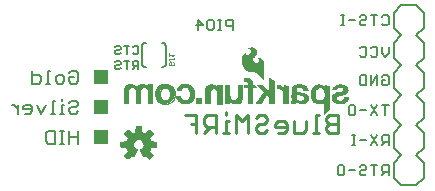
<source format=gbr>
G04 EAGLE Gerber RS-274X export*
G75*
%MOMM*%
%FSLAX34Y34*%
%LPD*%
%INSilkscreen Bottom*%
%IPPOS*%
%AMOC8*
5,1,8,0,0,1.08239X$1,22.5*%
G01*
%ADD10C,0.152400*%
%ADD11C,0.279400*%
%ADD12R,1.270000X1.270000*%
%ADD13C,0.203200*%
%ADD14C,0.127000*%
%ADD15C,0.025400*%
%ADD16R,0.495300X0.485100*%

G36*
X187120Y25546D02*
X187120Y25546D01*
X187228Y25556D01*
X187241Y25562D01*
X187255Y25564D01*
X187352Y25612D01*
X187451Y25657D01*
X187464Y25668D01*
X187473Y25672D01*
X187488Y25688D01*
X187565Y25750D01*
X190150Y28335D01*
X190213Y28424D01*
X190279Y28509D01*
X190284Y28522D01*
X190292Y28534D01*
X190323Y28637D01*
X190359Y28740D01*
X190359Y28754D01*
X190363Y28767D01*
X190359Y28875D01*
X190360Y28984D01*
X190355Y28997D01*
X190355Y29011D01*
X190317Y29113D01*
X190282Y29215D01*
X190273Y29230D01*
X190269Y29239D01*
X190255Y29256D01*
X190201Y29338D01*
X187437Y32728D01*
X187994Y33810D01*
X188000Y33830D01*
X188042Y33925D01*
X188413Y35084D01*
X192764Y35527D01*
X192868Y35555D01*
X192974Y35580D01*
X192986Y35587D01*
X192999Y35590D01*
X193089Y35651D01*
X193182Y35708D01*
X193190Y35719D01*
X193202Y35727D01*
X193268Y35813D01*
X193337Y35897D01*
X193341Y35910D01*
X193350Y35921D01*
X193384Y36024D01*
X193423Y36125D01*
X193424Y36143D01*
X193428Y36152D01*
X193428Y36174D01*
X193437Y36272D01*
X193437Y39928D01*
X193420Y40035D01*
X193406Y40143D01*
X193400Y40155D01*
X193398Y40169D01*
X193346Y40265D01*
X193299Y40362D01*
X193289Y40372D01*
X193283Y40384D01*
X193203Y40458D01*
X193127Y40535D01*
X193115Y40541D01*
X193105Y40551D01*
X193006Y40596D01*
X192909Y40644D01*
X192891Y40648D01*
X192882Y40652D01*
X192861Y40654D01*
X192764Y40673D01*
X188413Y41116D01*
X188042Y42275D01*
X188033Y42293D01*
X188031Y42300D01*
X188027Y42307D01*
X187994Y42390D01*
X187437Y43472D01*
X190201Y46862D01*
X190255Y46956D01*
X190312Y47048D01*
X190315Y47061D01*
X190322Y47073D01*
X190343Y47180D01*
X190368Y47285D01*
X190366Y47299D01*
X190369Y47313D01*
X190354Y47420D01*
X190344Y47528D01*
X190338Y47541D01*
X190336Y47555D01*
X190288Y47652D01*
X190243Y47751D01*
X190232Y47764D01*
X190228Y47773D01*
X190212Y47788D01*
X190150Y47865D01*
X187565Y50450D01*
X187476Y50513D01*
X187391Y50579D01*
X187378Y50584D01*
X187366Y50592D01*
X187263Y50623D01*
X187160Y50659D01*
X187146Y50659D01*
X187133Y50663D01*
X187025Y50659D01*
X186916Y50660D01*
X186903Y50655D01*
X186889Y50655D01*
X186787Y50617D01*
X186685Y50582D01*
X186670Y50573D01*
X186661Y50569D01*
X186644Y50555D01*
X186562Y50501D01*
X183172Y47737D01*
X182090Y48294D01*
X182070Y48300D01*
X181975Y48342D01*
X180816Y48713D01*
X180373Y53064D01*
X180345Y53168D01*
X180320Y53274D01*
X180313Y53286D01*
X180310Y53299D01*
X180249Y53389D01*
X180192Y53482D01*
X180181Y53490D01*
X180173Y53502D01*
X180087Y53568D01*
X180003Y53637D01*
X179990Y53641D01*
X179979Y53650D01*
X179876Y53684D01*
X179775Y53723D01*
X179757Y53724D01*
X179748Y53728D01*
X179726Y53728D01*
X179628Y53737D01*
X175972Y53737D01*
X175865Y53720D01*
X175757Y53706D01*
X175745Y53700D01*
X175731Y53698D01*
X175635Y53646D01*
X175538Y53599D01*
X175528Y53589D01*
X175516Y53583D01*
X175442Y53503D01*
X175365Y53427D01*
X175359Y53415D01*
X175349Y53405D01*
X175304Y53306D01*
X175256Y53209D01*
X175252Y53191D01*
X175248Y53182D01*
X175246Y53161D01*
X175227Y53064D01*
X174784Y48713D01*
X173625Y48342D01*
X173607Y48332D01*
X173510Y48294D01*
X172428Y47737D01*
X169038Y50501D01*
X168944Y50555D01*
X168852Y50612D01*
X168839Y50615D01*
X168827Y50622D01*
X168720Y50643D01*
X168615Y50668D01*
X168601Y50666D01*
X168587Y50669D01*
X168480Y50654D01*
X168372Y50644D01*
X168359Y50638D01*
X168346Y50636D01*
X168248Y50588D01*
X168149Y50543D01*
X168136Y50532D01*
X168127Y50528D01*
X168112Y50512D01*
X168035Y50450D01*
X165450Y47865D01*
X165387Y47776D01*
X165321Y47691D01*
X165316Y47678D01*
X165308Y47666D01*
X165277Y47563D01*
X165241Y47460D01*
X165241Y47446D01*
X165237Y47433D01*
X165241Y47325D01*
X165240Y47216D01*
X165245Y47203D01*
X165245Y47189D01*
X165283Y47087D01*
X165318Y46985D01*
X165327Y46970D01*
X165331Y46961D01*
X165345Y46944D01*
X165399Y46862D01*
X168163Y43472D01*
X167606Y42390D01*
X167600Y42370D01*
X167558Y42275D01*
X167187Y41116D01*
X162836Y40673D01*
X162732Y40645D01*
X162626Y40620D01*
X162614Y40613D01*
X162601Y40610D01*
X162511Y40549D01*
X162418Y40492D01*
X162410Y40481D01*
X162398Y40473D01*
X162332Y40387D01*
X162264Y40303D01*
X162259Y40290D01*
X162250Y40279D01*
X162216Y40176D01*
X162177Y40075D01*
X162176Y40057D01*
X162172Y40048D01*
X162173Y40026D01*
X162163Y39928D01*
X162163Y36272D01*
X162180Y36165D01*
X162194Y36057D01*
X162200Y36045D01*
X162202Y36031D01*
X162254Y35935D01*
X162301Y35838D01*
X162311Y35828D01*
X162317Y35816D01*
X162397Y35742D01*
X162473Y35665D01*
X162485Y35659D01*
X162496Y35649D01*
X162594Y35604D01*
X162691Y35556D01*
X162709Y35552D01*
X162718Y35548D01*
X162739Y35546D01*
X162836Y35527D01*
X167187Y35084D01*
X167558Y33925D01*
X167568Y33907D01*
X167606Y33810D01*
X168163Y32728D01*
X165399Y29338D01*
X165345Y29244D01*
X165288Y29152D01*
X165285Y29139D01*
X165278Y29127D01*
X165257Y29020D01*
X165232Y28915D01*
X165234Y28901D01*
X165231Y28887D01*
X165246Y28780D01*
X165256Y28672D01*
X165262Y28659D01*
X165264Y28646D01*
X165312Y28548D01*
X165357Y28449D01*
X165368Y28436D01*
X165372Y28427D01*
X165388Y28412D01*
X165450Y28335D01*
X168035Y25750D01*
X168124Y25687D01*
X168209Y25621D01*
X168222Y25616D01*
X168234Y25608D01*
X168337Y25577D01*
X168440Y25541D01*
X168454Y25541D01*
X168467Y25537D01*
X168575Y25541D01*
X168684Y25540D01*
X168697Y25545D01*
X168711Y25545D01*
X168813Y25583D01*
X168915Y25618D01*
X168930Y25627D01*
X168939Y25631D01*
X168956Y25645D01*
X169038Y25699D01*
X172428Y28463D01*
X173510Y27906D01*
X173563Y27889D01*
X173612Y27863D01*
X173678Y27852D01*
X173742Y27831D01*
X173798Y27832D01*
X173852Y27823D01*
X173919Y27834D01*
X173986Y27835D01*
X174038Y27853D01*
X174093Y27862D01*
X174153Y27894D01*
X174216Y27917D01*
X174259Y27951D01*
X174309Y27977D01*
X174355Y28026D01*
X174407Y28068D01*
X174438Y28115D01*
X174476Y28155D01*
X174532Y28260D01*
X174540Y28273D01*
X174541Y28278D01*
X174545Y28285D01*
X176698Y33482D01*
X176718Y33565D01*
X176723Y33578D01*
X176725Y33594D01*
X176750Y33679D01*
X176749Y33700D01*
X176754Y33720D01*
X176746Y33802D01*
X176747Y33821D01*
X176743Y33841D01*
X176739Y33922D01*
X176732Y33942D01*
X176730Y33963D01*
X176698Y34032D01*
X176692Y34059D01*
X176677Y34083D01*
X176651Y34150D01*
X176638Y34166D01*
X176629Y34185D01*
X176584Y34234D01*
X176564Y34266D01*
X176533Y34291D01*
X176495Y34337D01*
X176472Y34353D01*
X176462Y34363D01*
X176441Y34375D01*
X176376Y34420D01*
X176375Y34421D01*
X176374Y34422D01*
X175475Y34928D01*
X174788Y35572D01*
X174273Y36360D01*
X173961Y37248D01*
X173869Y38185D01*
X174002Y39117D01*
X174353Y39991D01*
X174902Y40756D01*
X175616Y41369D01*
X176456Y41794D01*
X177373Y42008D01*
X178314Y41998D01*
X179226Y41764D01*
X180056Y41321D01*
X180757Y40692D01*
X181289Y39915D01*
X181620Y39034D01*
X181733Y38099D01*
X181625Y37182D01*
X181305Y36314D01*
X180791Y35545D01*
X180112Y34918D01*
X179228Y34423D01*
X179186Y34390D01*
X179144Y34367D01*
X179113Y34334D01*
X179065Y34299D01*
X179053Y34283D01*
X179037Y34270D01*
X179002Y34215D01*
X178977Y34189D01*
X178964Y34159D01*
X178922Y34101D01*
X178916Y34082D01*
X178906Y34065D01*
X178887Y33990D01*
X178877Y33967D01*
X178874Y33943D01*
X178851Y33868D01*
X178852Y33848D01*
X178847Y33828D01*
X178854Y33742D01*
X178853Y33724D01*
X178856Y33708D01*
X178859Y33624D01*
X178867Y33599D01*
X178868Y33585D01*
X178878Y33563D01*
X178902Y33482D01*
X179831Y31239D01*
X179831Y31238D01*
X180762Y28991D01*
X180763Y28991D01*
X181055Y28285D01*
X181084Y28238D01*
X181105Y28186D01*
X181148Y28135D01*
X181184Y28078D01*
X181227Y28043D01*
X181263Y28000D01*
X181320Y27966D01*
X181372Y27923D01*
X181424Y27904D01*
X181472Y27875D01*
X181538Y27861D01*
X181601Y27837D01*
X181656Y27835D01*
X181710Y27824D01*
X181777Y27831D01*
X181844Y27829D01*
X181898Y27845D01*
X181953Y27852D01*
X182064Y27896D01*
X182078Y27900D01*
X182082Y27903D01*
X182090Y27906D01*
X183172Y28463D01*
X186562Y25699D01*
X186656Y25645D01*
X186748Y25588D01*
X186761Y25585D01*
X186773Y25578D01*
X186880Y25557D01*
X186985Y25532D01*
X186999Y25534D01*
X187013Y25531D01*
X187120Y25546D01*
G37*
G36*
X283534Y92247D02*
X283534Y92247D01*
X283576Y92262D01*
X283578Y92267D01*
X283582Y92269D01*
X283611Y92342D01*
X283615Y92353D01*
X283615Y92354D01*
X283615Y107518D01*
X283613Y107523D01*
X283615Y107529D01*
X283545Y108360D01*
X283539Y108371D01*
X283540Y108386D01*
X283300Y109185D01*
X283292Y109195D01*
X283290Y109209D01*
X282889Y109941D01*
X282879Y109949D01*
X282874Y109962D01*
X282404Y110512D01*
X282393Y110517D01*
X282386Y110529D01*
X281816Y110974D01*
X281804Y110977D01*
X281794Y110987D01*
X281146Y111308D01*
X281134Y111309D01*
X281122Y111317D01*
X280423Y111501D01*
X280412Y111500D01*
X280401Y111505D01*
X279461Y111578D01*
X279452Y111575D01*
X279441Y111578D01*
X278501Y111505D01*
X278497Y111503D01*
X278491Y111504D01*
X278008Y111428D01*
X277969Y111403D01*
X277929Y111382D01*
X277928Y111378D01*
X277925Y111376D01*
X277915Y111331D01*
X277903Y111287D01*
X277905Y111283D01*
X277904Y111279D01*
X277929Y111241D01*
X277953Y111202D01*
X277957Y111201D01*
X277959Y111198D01*
X278000Y111189D01*
X278040Y111177D01*
X278198Y111193D01*
X278336Y111165D01*
X278469Y111094D01*
X279293Y110495D01*
X279411Y110381D01*
X279483Y110243D01*
X279576Y109828D01*
X279576Y109400D01*
X279483Y108984D01*
X279277Y108580D01*
X278964Y108252D01*
X278358Y107887D01*
X277680Y107680D01*
X276969Y107645D01*
X276359Y107742D01*
X275773Y107940D01*
X275230Y108233D01*
X274805Y108598D01*
X274490Y109058D01*
X274304Y109583D01*
X274261Y110139D01*
X274363Y110687D01*
X274603Y111190D01*
X274973Y111625D01*
X275171Y111835D01*
X275766Y112466D01*
X276361Y113097D01*
X276426Y113166D01*
X276429Y113176D01*
X276438Y113182D01*
X277625Y114940D01*
X277627Y114953D01*
X277637Y114963D01*
X277917Y115651D01*
X277916Y115666D01*
X277925Y115681D01*
X278024Y116416D01*
X278020Y116431D01*
X278025Y116448D01*
X277938Y117185D01*
X277930Y117198D01*
X277930Y117216D01*
X277663Y117908D01*
X277652Y117919D01*
X277648Y117936D01*
X277217Y118539D01*
X277207Y118546D01*
X277201Y118558D01*
X276505Y119216D01*
X276497Y119219D01*
X276492Y119227D01*
X275715Y119787D01*
X275705Y119790D01*
X275697Y119798D01*
X274917Y120186D01*
X274905Y120187D01*
X274894Y120195D01*
X274054Y120426D01*
X274042Y120425D01*
X274030Y120431D01*
X273162Y120497D01*
X273152Y120493D01*
X273140Y120497D01*
X272240Y120411D01*
X272231Y120407D01*
X272221Y120408D01*
X271343Y120188D01*
X271335Y120182D01*
X271323Y120181D01*
X271095Y120080D01*
X270739Y119928D01*
X270738Y119928D01*
X270234Y119707D01*
X270224Y119696D01*
X270207Y119691D01*
X269772Y119353D01*
X269769Y119346D01*
X269761Y119342D01*
X269736Y119317D01*
X269733Y119316D01*
X269698Y119224D01*
X269739Y119135D01*
X269824Y119102D01*
X270427Y119102D01*
X270938Y119045D01*
X271428Y118906D01*
X271909Y118651D01*
X272304Y118281D01*
X272590Y117821D01*
X272747Y117302D01*
X272759Y116999D01*
X272700Y116699D01*
X272494Y116205D01*
X272211Y115747D01*
X271860Y115337D01*
X271448Y114983D01*
X270546Y114332D01*
X270058Y114083D01*
X269529Y113985D01*
X268990Y114043D01*
X268816Y114108D01*
X268455Y114357D01*
X268181Y114696D01*
X268137Y114799D01*
X268121Y114919D01*
X268121Y115799D01*
X268104Y115840D01*
X268090Y115882D01*
X268085Y115885D01*
X268083Y115890D01*
X268042Y115906D01*
X268002Y115925D01*
X267996Y115923D01*
X267991Y115925D01*
X267964Y115913D01*
X267915Y115897D01*
X266789Y114976D01*
X266783Y114964D01*
X266771Y114957D01*
X265864Y113820D01*
X265861Y113809D01*
X265852Y113801D01*
X265350Y112867D01*
X265349Y112857D01*
X265343Y112849D01*
X264985Y111852D01*
X264985Y111842D01*
X264980Y111833D01*
X264773Y110794D01*
X264775Y110784D01*
X264774Y110782D01*
X264775Y110782D01*
X264771Y110773D01*
X264711Y108845D01*
X264715Y108834D01*
X264712Y108822D01*
X265000Y106915D01*
X265006Y106905D01*
X265006Y106893D01*
X265634Y105069D01*
X265641Y105060D01*
X265643Y105048D01*
X266590Y103367D01*
X266598Y103361D01*
X266601Y103350D01*
X267486Y102243D01*
X267493Y102240D01*
X267495Y102234D01*
X267496Y102234D01*
X267498Y102230D01*
X268529Y101258D01*
X268537Y101255D01*
X268543Y101247D01*
X269700Y100430D01*
X269710Y100428D01*
X269718Y100420D01*
X270948Y99820D01*
X270959Y99819D01*
X270969Y99811D01*
X272288Y99443D01*
X272299Y99445D01*
X272310Y99439D01*
X273674Y99315D01*
X273679Y99317D01*
X273685Y99315D01*
X275960Y99315D01*
X276328Y99250D01*
X276679Y99123D01*
X277669Y98534D01*
X278523Y97752D01*
X283395Y92270D01*
X283399Y92268D01*
X283401Y92263D01*
X283443Y92247D01*
X283484Y92228D01*
X283488Y92230D01*
X283493Y92228D01*
X283534Y92247D01*
G37*
G36*
X334901Y63553D02*
X334901Y63553D01*
X334903Y63552D01*
X334924Y63561D01*
X334984Y63584D01*
X339124Y67318D01*
X339126Y67324D01*
X339132Y67327D01*
X339156Y67387D01*
X339165Y67408D01*
X339164Y67410D01*
X339165Y67412D01*
X339165Y87986D01*
X339150Y88023D01*
X339140Y88062D01*
X339131Y88068D01*
X339127Y88077D01*
X339099Y88088D01*
X339063Y88110D01*
X335177Y88846D01*
X335162Y88843D01*
X335147Y88848D01*
X335115Y88833D01*
X335080Y88825D01*
X335072Y88812D01*
X335059Y88806D01*
X335044Y88767D01*
X335028Y88742D01*
X335031Y88731D01*
X335027Y88720D01*
X335051Y86803D01*
X334917Y86952D01*
X334916Y86953D01*
X334916Y86954D01*
X334027Y87919D01*
X334021Y87921D01*
X334017Y87928D01*
X333674Y88229D01*
X333663Y88233D01*
X333655Y88243D01*
X333261Y88476D01*
X333252Y88477D01*
X333244Y88484D01*
X331923Y89017D01*
X331912Y89017D01*
X331902Y89024D01*
X331420Y89126D01*
X331408Y89123D01*
X331396Y89128D01*
X329415Y89153D01*
X329404Y89149D01*
X329392Y89151D01*
X328307Y88968D01*
X328297Y88961D01*
X328283Y88961D01*
X327258Y88561D01*
X327251Y88553D01*
X327239Y88551D01*
X326337Y88010D01*
X326332Y88004D01*
X326323Y88001D01*
X325499Y87348D01*
X325493Y87338D01*
X325483Y87333D01*
X324691Y86443D01*
X324687Y86430D01*
X324675Y86421D01*
X324096Y85380D01*
X324094Y85368D01*
X324086Y85357D01*
X323412Y83244D01*
X323413Y83233D01*
X323407Y83222D01*
X323124Y81022D01*
X323127Y81011D01*
X323123Y80999D01*
X323241Y78784D01*
X323246Y78774D01*
X323244Y78762D01*
X323567Y77386D01*
X323574Y77377D01*
X323574Y77365D01*
X324130Y76065D01*
X324138Y76057D01*
X324140Y76046D01*
X324912Y74861D01*
X324921Y74855D01*
X324926Y74844D01*
X325583Y74137D01*
X325593Y74133D01*
X325599Y74123D01*
X326367Y73538D01*
X326378Y73536D01*
X326385Y73527D01*
X327241Y73081D01*
X327252Y73080D01*
X327261Y73072D01*
X328180Y72778D01*
X328190Y72779D01*
X328200Y72773D01*
X329412Y72584D01*
X329421Y72586D01*
X329430Y72583D01*
X330657Y72566D01*
X330665Y72569D01*
X330675Y72567D01*
X331892Y72722D01*
X331902Y72727D01*
X331914Y72727D01*
X332758Y72991D01*
X332768Y72999D01*
X332783Y73002D01*
X333552Y73439D01*
X333560Y73449D01*
X333574Y73454D01*
X334234Y74044D01*
X334240Y74056D01*
X334252Y74064D01*
X334772Y74780D01*
X334773Y74782D01*
X334773Y63678D01*
X334791Y63634D01*
X334808Y63591D01*
X334810Y63590D01*
X334811Y63587D01*
X334855Y63570D01*
X334899Y63552D01*
X334901Y63553D01*
G37*
G36*
X169471Y72900D02*
X169471Y72900D01*
X169473Y72899D01*
X169516Y72919D01*
X169560Y72937D01*
X169560Y72939D01*
X169562Y72940D01*
X169595Y73025D01*
X169595Y83304D01*
X169702Y84184D01*
X170014Y85006D01*
X170275Y85390D01*
X170618Y85703D01*
X171024Y85929D01*
X171472Y86057D01*
X172376Y86125D01*
X173279Y86033D01*
X173689Y85907D01*
X174061Y85697D01*
X174076Y85683D01*
X174217Y85557D01*
X174357Y85430D01*
X174379Y85411D01*
X174764Y84883D01*
X175037Y84288D01*
X175186Y83649D01*
X175261Y82546D01*
X175261Y73025D01*
X175262Y73023D01*
X175261Y73021D01*
X175281Y72978D01*
X175299Y72934D01*
X175301Y72934D01*
X175302Y72932D01*
X175387Y72899D01*
X179705Y72899D01*
X179707Y72900D01*
X179709Y72899D01*
X179752Y72919D01*
X179796Y72937D01*
X179796Y72939D01*
X179798Y72940D01*
X179831Y73025D01*
X179831Y83584D01*
X179911Y84247D01*
X180142Y84866D01*
X180512Y85413D01*
X180859Y85731D01*
X181268Y85964D01*
X181718Y86100D01*
X182195Y86132D01*
X183043Y86082D01*
X183483Y86000D01*
X183887Y85822D01*
X184242Y85556D01*
X185061Y84612D01*
X185345Y84074D01*
X185476Y83483D01*
X185446Y82861D01*
X185447Y82858D01*
X185446Y82855D01*
X185446Y73050D01*
X185447Y73048D01*
X185446Y73046D01*
X185466Y73003D01*
X185484Y72959D01*
X185486Y72959D01*
X185487Y72957D01*
X185572Y72924D01*
X189890Y72924D01*
X189892Y72925D01*
X189894Y72924D01*
X189937Y72944D01*
X189981Y72962D01*
X189981Y72964D01*
X189983Y72965D01*
X190016Y73050D01*
X190016Y89103D01*
X190015Y89105D01*
X190016Y89107D01*
X189996Y89150D01*
X189978Y89194D01*
X189976Y89194D01*
X189975Y89196D01*
X189890Y89229D01*
X185903Y89229D01*
X185901Y89228D01*
X185899Y89229D01*
X185856Y89209D01*
X185812Y89191D01*
X185812Y89189D01*
X185810Y89188D01*
X185777Y89103D01*
X185777Y87050D01*
X185746Y87057D01*
X185444Y87453D01*
X185438Y87456D01*
X185435Y87464D01*
X184673Y88251D01*
X184665Y88254D01*
X184661Y88261D01*
X183899Y88873D01*
X183885Y88877D01*
X183873Y88890D01*
X182983Y89294D01*
X182971Y89294D01*
X182960Y89302D01*
X181868Y89556D01*
X181859Y89555D01*
X181851Y89559D01*
X180479Y89686D01*
X180469Y89683D01*
X180458Y89686D01*
X179501Y89617D01*
X179490Y89611D01*
X179476Y89612D01*
X178553Y89352D01*
X178543Y89344D01*
X178530Y89342D01*
X177740Y88939D01*
X177732Y88930D01*
X177719Y88926D01*
X177021Y88380D01*
X177015Y88369D01*
X177003Y88363D01*
X176421Y87694D01*
X176418Y87682D01*
X176407Y87674D01*
X176027Y87016D01*
X175985Y87058D01*
X175530Y87539D01*
X175527Y87540D01*
X175526Y87543D01*
X174738Y88302D01*
X174729Y88305D01*
X174724Y88314D01*
X173835Y88952D01*
X173824Y88954D01*
X173816Y88962D01*
X173011Y89356D01*
X172999Y89356D01*
X172988Y89364D01*
X172123Y89596D01*
X172111Y89594D01*
X172099Y89600D01*
X171205Y89661D01*
X171196Y89658D01*
X171185Y89661D01*
X169906Y89554D01*
X169899Y89550D01*
X169892Y89552D01*
X168632Y89303D01*
X168623Y89297D01*
X168611Y89297D01*
X167745Y88971D01*
X167735Y88961D01*
X167720Y88958D01*
X166946Y88451D01*
X166939Y88439D01*
X166925Y88433D01*
X166279Y87769D01*
X166276Y87759D01*
X166272Y87758D01*
X166271Y87754D01*
X166263Y87748D01*
X165675Y86809D01*
X165673Y86796D01*
X165663Y86786D01*
X165277Y85747D01*
X165278Y85734D01*
X165271Y85722D01*
X165102Y84626D01*
X165105Y84617D01*
X165101Y84607D01*
X165101Y73025D01*
X165102Y73023D01*
X165101Y73021D01*
X165121Y72978D01*
X165139Y72934D01*
X165141Y72934D01*
X165142Y72932D01*
X165227Y72899D01*
X169469Y72899D01*
X169471Y72900D01*
G37*
G36*
X317351Y72569D02*
X317351Y72569D01*
X317362Y72574D01*
X317376Y72572D01*
X318748Y72880D01*
X318759Y72888D01*
X318774Y72889D01*
X320043Y73495D01*
X320052Y73505D01*
X320066Y73509D01*
X320514Y73851D01*
X320520Y73861D01*
X320532Y73867D01*
X320909Y74287D01*
X320913Y74298D01*
X320923Y74306D01*
X321215Y74789D01*
X321217Y74800D01*
X321225Y74810D01*
X321598Y75803D01*
X321598Y75814D01*
X321604Y75825D01*
X321793Y76869D01*
X321790Y76880D01*
X321795Y76892D01*
X321792Y77953D01*
X321789Y77960D01*
X321791Y77963D01*
X321788Y77970D01*
X321789Y77980D01*
X321583Y78921D01*
X321574Y78933D01*
X321573Y78950D01*
X321144Y79812D01*
X321134Y79821D01*
X321129Y79836D01*
X320631Y80445D01*
X320626Y80448D01*
X320624Y80452D01*
X320618Y80454D01*
X320613Y80463D01*
X320003Y80961D01*
X319991Y80964D01*
X319982Y80975D01*
X319286Y81341D01*
X319275Y81342D01*
X319266Y81349D01*
X317781Y81833D01*
X317773Y81832D01*
X317764Y81837D01*
X316227Y82115D01*
X316223Y82114D01*
X316218Y82117D01*
X314012Y82345D01*
X312706Y82571D01*
X312237Y82736D01*
X311809Y82982D01*
X311525Y83243D01*
X311465Y83330D01*
X311423Y83427D01*
X311312Y83948D01*
X311312Y84479D01*
X311423Y85000D01*
X311562Y85314D01*
X311761Y85593D01*
X312014Y85827D01*
X312328Y86020D01*
X312674Y86148D01*
X313043Y86209D01*
X314398Y86259D01*
X314985Y86205D01*
X315546Y86040D01*
X316010Y85785D01*
X316400Y85429D01*
X316695Y84991D01*
X316879Y84496D01*
X316942Y83965D01*
X316942Y83922D01*
X316943Y83920D01*
X316942Y83918D01*
X316962Y83875D01*
X316980Y83831D01*
X316982Y83831D01*
X316983Y83829D01*
X317068Y83796D01*
X321209Y83796D01*
X321210Y83794D01*
X321252Y83784D01*
X321294Y83770D01*
X321300Y83773D01*
X321306Y83772D01*
X321331Y83788D01*
X321376Y83809D01*
X321401Y83834D01*
X321401Y83835D01*
X321417Y83877D01*
X321436Y83926D01*
X321436Y83927D01*
X321416Y83969D01*
X321397Y84012D01*
X321275Y84903D01*
X321269Y84914D01*
X321269Y84929D01*
X320935Y85870D01*
X320926Y85880D01*
X320923Y85894D01*
X320404Y86747D01*
X320393Y86755D01*
X320388Y86768D01*
X319705Y87498D01*
X319693Y87503D01*
X319685Y87515D01*
X318868Y88089D01*
X318856Y88092D01*
X318847Y88101D01*
X317689Y88630D01*
X317679Y88630D01*
X317670Y88637D01*
X316441Y88971D01*
X316432Y88970D01*
X316423Y88974D01*
X314683Y89188D01*
X314675Y89185D01*
X314667Y89188D01*
X312913Y89180D01*
X312906Y89177D01*
X312897Y89179D01*
X311158Y88949D01*
X311150Y88944D01*
X311139Y88945D01*
X309725Y88520D01*
X309716Y88512D01*
X309702Y88511D01*
X308399Y87817D01*
X308390Y87807D01*
X308376Y87802D01*
X307814Y87319D01*
X307807Y87305D01*
X307793Y87296D01*
X307366Y86691D01*
X307363Y86676D01*
X307351Y86664D01*
X307084Y85973D01*
X307085Y85958D01*
X307077Y85943D01*
X306986Y85208D01*
X306988Y85200D01*
X306985Y85192D01*
X306985Y80366D01*
X306986Y80364D01*
X306985Y80362D01*
X306992Y80347D01*
X306960Y80263D01*
X306985Y75925D01*
X306883Y74588D01*
X306534Y73293D01*
X306460Y73094D01*
X306461Y73069D01*
X306452Y73046D01*
X306463Y73022D01*
X306464Y72996D01*
X306483Y72979D01*
X306493Y72957D01*
X306520Y72946D01*
X306538Y72930D01*
X306557Y72932D01*
X306578Y72924D01*
X310612Y72924D01*
X310648Y72921D01*
X310676Y72930D01*
X310716Y72934D01*
X310753Y72953D01*
X310772Y72975D01*
X310804Y72999D01*
X310826Y73035D01*
X310828Y73052D01*
X310840Y73068D01*
X310916Y73348D01*
X310915Y73351D01*
X310917Y73354D01*
X311144Y74383D01*
X311154Y74406D01*
X311160Y74412D01*
X311168Y74414D01*
X311177Y74413D01*
X311201Y74397D01*
X312028Y73694D01*
X312039Y73690D01*
X312048Y73680D01*
X312999Y73140D01*
X313010Y73139D01*
X313020Y73131D01*
X314055Y72778D01*
X314067Y72779D01*
X314077Y72773D01*
X315695Y72532D01*
X315705Y72535D01*
X315716Y72531D01*
X317351Y72569D01*
G37*
G36*
X292484Y72798D02*
X292484Y72798D01*
X292487Y72797D01*
X292570Y72834D01*
X292621Y72885D01*
X292623Y72888D01*
X292625Y72889D01*
X292658Y72974D01*
X292658Y92304D01*
X292650Y92323D01*
X292652Y92343D01*
X292631Y92370D01*
X292620Y92395D01*
X292606Y92400D01*
X292595Y92414D01*
X288455Y94776D01*
X288420Y94780D01*
X288388Y94792D01*
X288373Y94785D01*
X288357Y94787D01*
X288330Y94765D01*
X288299Y94751D01*
X288292Y94735D01*
X288280Y94725D01*
X288278Y94698D01*
X288266Y94666D01*
X288266Y83236D01*
X282791Y88710D01*
X282788Y88712D01*
X282787Y88714D01*
X282702Y88747D01*
X278028Y88747D01*
X278026Y88747D01*
X278025Y88747D01*
X277981Y88727D01*
X277937Y88709D01*
X277937Y88707D01*
X277935Y88706D01*
X277919Y88662D01*
X277902Y88617D01*
X277903Y88615D01*
X277902Y88614D01*
X277940Y88531D01*
X283631Y82965D01*
X277034Y73070D01*
X277027Y73032D01*
X277013Y72995D01*
X277018Y72985D01*
X277016Y72973D01*
X277038Y72942D01*
X277055Y72906D01*
X277066Y72902D01*
X277072Y72893D01*
X277102Y72888D01*
X277140Y72874D01*
X282220Y72899D01*
X282237Y72906D01*
X282255Y72904D01*
X282284Y72926D01*
X282310Y72938D01*
X282315Y72950D01*
X282327Y72960D01*
X286560Y79938D01*
X288215Y78331D01*
X288215Y72923D01*
X288216Y72921D01*
X288215Y72919D01*
X288235Y72876D01*
X288253Y72832D01*
X288255Y72832D01*
X288256Y72830D01*
X288341Y72797D01*
X292481Y72797D01*
X292484Y72798D01*
G37*
G36*
X260916Y72497D02*
X260916Y72497D01*
X260927Y72494D01*
X261960Y72641D01*
X261971Y72647D01*
X261984Y72647D01*
X262970Y72990D01*
X262979Y72998D01*
X262992Y73000D01*
X263894Y73526D01*
X263901Y73536D01*
X263914Y73541D01*
X264168Y73769D01*
X264174Y73780D01*
X264185Y73788D01*
X264846Y74673D01*
X264848Y74684D01*
X264858Y74693D01*
X265346Y75683D01*
X265346Y75695D01*
X265354Y75705D01*
X265654Y76768D01*
X265652Y76779D01*
X265658Y76791D01*
X265759Y77890D01*
X265757Y77896D01*
X265759Y77902D01*
X265759Y88697D01*
X265758Y88699D01*
X265759Y88701D01*
X265739Y88744D01*
X265721Y88788D01*
X265719Y88788D01*
X265718Y88790D01*
X265633Y88823D01*
X261493Y88823D01*
X261491Y88822D01*
X261489Y88823D01*
X261446Y88803D01*
X261402Y88785D01*
X261402Y88783D01*
X261400Y88782D01*
X261367Y88697D01*
X261367Y78700D01*
X261218Y77870D01*
X260875Y77102D01*
X260603Y76740D01*
X260262Y76439D01*
X259867Y76214D01*
X259178Y75991D01*
X258459Y75911D01*
X257738Y75978D01*
X257047Y76190D01*
X256537Y76478D01*
X256106Y76875D01*
X255779Y77360D01*
X255570Y77910D01*
X255345Y79114D01*
X255269Y80344D01*
X255269Y88646D01*
X255268Y88648D01*
X255269Y88650D01*
X255249Y88693D01*
X255231Y88737D01*
X255229Y88737D01*
X255228Y88739D01*
X255143Y88772D01*
X250927Y88772D01*
X250925Y88771D01*
X250923Y88772D01*
X250880Y88752D01*
X250836Y88734D01*
X250836Y88732D01*
X250834Y88731D01*
X250801Y88646D01*
X250801Y73025D01*
X250802Y73023D01*
X250801Y73021D01*
X250821Y72978D01*
X250839Y72934D01*
X250841Y72934D01*
X250842Y72932D01*
X250927Y72899D01*
X254940Y72899D01*
X254942Y72900D01*
X254944Y72899D01*
X254987Y72919D01*
X255031Y72937D01*
X255031Y72939D01*
X255033Y72940D01*
X255066Y73025D01*
X255066Y75082D01*
X255573Y74441D01*
X255581Y74437D01*
X255585Y74428D01*
X256412Y73643D01*
X256421Y73640D01*
X256426Y73632D01*
X257356Y72973D01*
X257365Y72971D01*
X257373Y72963D01*
X257618Y72841D01*
X257629Y72840D01*
X257638Y72833D01*
X257900Y72752D01*
X257909Y72753D01*
X257918Y72748D01*
X259396Y72525D01*
X259404Y72527D01*
X259412Y72523D01*
X260906Y72493D01*
X260916Y72497D01*
G37*
G36*
X248439Y72824D02*
X248439Y72824D01*
X248441Y72823D01*
X248484Y72843D01*
X248528Y72861D01*
X248528Y72863D01*
X248530Y72864D01*
X248563Y72949D01*
X248563Y88671D01*
X248562Y88673D01*
X248563Y88675D01*
X248543Y88718D01*
X248525Y88762D01*
X248523Y88762D01*
X248522Y88764D01*
X248437Y88797D01*
X244399Y88797D01*
X244397Y88796D01*
X244395Y88797D01*
X244352Y88777D01*
X244308Y88759D01*
X244308Y88757D01*
X244306Y88756D01*
X244273Y88671D01*
X244273Y86603D01*
X244231Y86632D01*
X244117Y86768D01*
X243840Y87146D01*
X243836Y87148D01*
X243834Y87153D01*
X243432Y87626D01*
X243425Y87630D01*
X243421Y87638D01*
X243226Y87814D01*
X243086Y87940D01*
X242960Y88054D01*
X242950Y88057D01*
X242942Y88067D01*
X242044Y88634D01*
X242031Y88637D01*
X242020Y88646D01*
X241024Y89015D01*
X241011Y89015D01*
X240998Y89022D01*
X239946Y89177D01*
X239936Y89174D01*
X239925Y89178D01*
X237919Y89128D01*
X237909Y89124D01*
X237896Y89126D01*
X236919Y88920D01*
X236907Y88912D01*
X236891Y88911D01*
X235986Y88489D01*
X235977Y88478D01*
X235962Y88474D01*
X235177Y87856D01*
X235171Y87845D01*
X235159Y87839D01*
X234670Y87264D01*
X234667Y87253D01*
X234657Y87246D01*
X234273Y86597D01*
X234271Y86586D01*
X234263Y86577D01*
X233994Y85872D01*
X233994Y85863D01*
X233989Y85854D01*
X233749Y84747D01*
X233751Y84738D01*
X233747Y84730D01*
X233656Y83601D01*
X233658Y83596D01*
X233656Y83591D01*
X233656Y73050D01*
X233657Y73048D01*
X233656Y73046D01*
X233676Y73003D01*
X233694Y72959D01*
X233696Y72959D01*
X233697Y72957D01*
X233782Y72924D01*
X237871Y72924D01*
X237873Y72925D01*
X237875Y72924D01*
X237918Y72944D01*
X237962Y72962D01*
X237962Y72964D01*
X237964Y72965D01*
X237997Y73050D01*
X237997Y82696D01*
X238062Y83414D01*
X238253Y84102D01*
X238563Y84744D01*
X238859Y85131D01*
X239233Y85440D01*
X239668Y85657D01*
X239968Y85734D01*
X240284Y85751D01*
X241389Y85701D01*
X241945Y85614D01*
X242461Y85410D01*
X242918Y85096D01*
X243435Y84527D01*
X243798Y83848D01*
X244015Y83098D01*
X244095Y82315D01*
X244095Y72949D01*
X244096Y72947D01*
X244095Y72945D01*
X244115Y72902D01*
X244133Y72858D01*
X244135Y72858D01*
X244136Y72856D01*
X244221Y72823D01*
X248437Y72823D01*
X248439Y72824D01*
G37*
G36*
X200153Y72752D02*
X200153Y72752D01*
X200169Y72748D01*
X203166Y73154D01*
X203187Y73166D01*
X203216Y73172D01*
X206061Y74950D01*
X206075Y74971D01*
X206100Y74989D01*
X207700Y77478D01*
X207704Y77501D01*
X207719Y77526D01*
X208329Y81412D01*
X208323Y81434D01*
X208327Y81460D01*
X207514Y85016D01*
X207499Y85037D01*
X207490Y85066D01*
X205356Y87784D01*
X205334Y87796D01*
X205313Y87819D01*
X201935Y89496D01*
X201915Y89497D01*
X201894Y89508D01*
X200421Y89685D01*
X200414Y89683D01*
X200406Y89686D01*
X200355Y89686D01*
X200335Y89678D01*
X200309Y89677D01*
X200182Y89627D01*
X200161Y89607D01*
X200135Y89595D01*
X200126Y89573D01*
X200111Y89559D01*
X200112Y89535D01*
X200102Y89510D01*
X200102Y86589D01*
X200119Y86549D01*
X200131Y86508D01*
X200138Y86504D01*
X200140Y86498D01*
X200168Y86487D01*
X200211Y86464D01*
X201306Y86314D01*
X202454Y85679D01*
X203242Y84595D01*
X203638Y83706D01*
X203912Y82232D01*
X203963Y80373D01*
X203788Y79125D01*
X203413Y77976D01*
X202875Y76949D01*
X201227Y75941D01*
X199479Y75719D01*
X197728Y76311D01*
X197658Y76375D01*
X197380Y76628D01*
X197102Y76880D01*
X196963Y77006D01*
X196686Y77259D01*
X196685Y77259D01*
X196649Y77292D01*
X196106Y78502D01*
X195731Y80050D01*
X195731Y81475D01*
X195982Y83404D01*
X196726Y85016D01*
X197560Y85825D01*
X198513Y86338D01*
X199700Y86437D01*
X199796Y86437D01*
X199799Y86438D01*
X199802Y86437D01*
X199844Y86457D01*
X199887Y86475D01*
X199888Y86478D01*
X199891Y86480D01*
X199922Y86565D01*
X199896Y88153D01*
X199893Y88279D01*
X199893Y88280D01*
X199891Y88406D01*
X199889Y88532D01*
X199887Y88658D01*
X199885Y88784D01*
X199885Y88785D01*
X199883Y88911D01*
X199881Y89037D01*
X199879Y89163D01*
X199876Y89289D01*
X199876Y89290D01*
X199874Y89416D01*
X199872Y89537D01*
X199868Y89546D01*
X199871Y89555D01*
X199849Y89590D01*
X199832Y89627D01*
X199824Y89630D01*
X199819Y89638D01*
X199767Y89651D01*
X199740Y89661D01*
X199735Y89659D01*
X199730Y89660D01*
X197723Y89406D01*
X197712Y89400D01*
X197698Y89400D01*
X196072Y88841D01*
X196060Y88830D01*
X196041Y88826D01*
X194060Y87455D01*
X194052Y87442D01*
X194036Y87433D01*
X192944Y86163D01*
X192939Y86147D01*
X192925Y86132D01*
X191884Y83795D01*
X191883Y83778D01*
X191874Y83760D01*
X191594Y81575D01*
X191598Y81560D01*
X191594Y81544D01*
X191848Y79436D01*
X191852Y79428D01*
X191851Y79417D01*
X192537Y76953D01*
X192548Y76939D01*
X192552Y76920D01*
X193365Y75625D01*
X193377Y75616D01*
X193385Y75601D01*
X194579Y74458D01*
X194588Y74454D01*
X194593Y74446D01*
X195710Y73659D01*
X195727Y73655D01*
X195742Y73643D01*
X197596Y73008D01*
X197610Y73009D01*
X197624Y73001D01*
X200139Y72747D01*
X200153Y72752D01*
G37*
G36*
X348134Y72545D02*
X348134Y72545D01*
X348141Y72543D01*
X350707Y72721D01*
X350716Y72726D01*
X350726Y72724D01*
X351647Y72936D01*
X351658Y72944D01*
X351672Y72945D01*
X352529Y73342D01*
X352535Y73349D01*
X352544Y73351D01*
X353738Y74113D01*
X353743Y74119D01*
X353751Y74122D01*
X354266Y74553D01*
X354271Y74564D01*
X354283Y74570D01*
X354703Y75094D01*
X354707Y75105D01*
X354717Y75114D01*
X355026Y75710D01*
X355027Y75719D01*
X355034Y75727D01*
X355466Y76997D01*
X355465Y77007D01*
X355470Y77016D01*
X355572Y77600D01*
X355571Y77607D01*
X355574Y77613D01*
X355599Y77969D01*
X355598Y77973D01*
X355599Y77976D01*
X355598Y77978D01*
X355599Y77982D01*
X355587Y78008D01*
X355584Y78038D01*
X355583Y78039D01*
X355583Y78040D01*
X355572Y78049D01*
X355567Y78062D01*
X355561Y78065D01*
X355558Y78071D01*
X355528Y78083D01*
X355508Y78099D01*
X355506Y78099D01*
X355505Y78100D01*
X355490Y78099D01*
X355478Y78104D01*
X355476Y78103D01*
X355473Y78104D01*
X351612Y78104D01*
X351610Y78103D01*
X351608Y78104D01*
X351565Y78084D01*
X351521Y78066D01*
X351521Y78064D01*
X351519Y78063D01*
X351486Y77978D01*
X351486Y77931D01*
X351457Y77434D01*
X351311Y76972D01*
X351055Y76558D01*
X350951Y76453D01*
X350825Y76327D01*
X350613Y76115D01*
X350086Y75778D01*
X349499Y75561D01*
X348937Y75488D01*
X347607Y75488D01*
X347004Y75562D01*
X346437Y75759D01*
X345924Y76071D01*
X345637Y76355D01*
X345428Y76700D01*
X345311Y77085D01*
X345294Y77489D01*
X345379Y77884D01*
X345560Y78246D01*
X345825Y78550D01*
X346161Y78781D01*
X347268Y79251D01*
X348442Y79557D01*
X352073Y80420D01*
X352080Y80425D01*
X352089Y80425D01*
X352897Y80731D01*
X352904Y80737D01*
X352914Y80739D01*
X353665Y81166D01*
X353671Y81173D01*
X353681Y81177D01*
X354358Y81714D01*
X354363Y81724D01*
X354374Y81730D01*
X354711Y82115D01*
X354715Y82128D01*
X354726Y82137D01*
X354975Y82584D01*
X354976Y82597D01*
X354985Y82608D01*
X355137Y83097D01*
X355135Y83109D01*
X355142Y83122D01*
X355247Y84258D01*
X355244Y84271D01*
X355247Y84284D01*
X355118Y85418D01*
X355112Y85429D01*
X355113Y85443D01*
X354755Y86527D01*
X354747Y86536D01*
X354745Y86550D01*
X354446Y87072D01*
X354436Y87079D01*
X354431Y87092D01*
X354037Y87547D01*
X354026Y87552D01*
X354019Y87564D01*
X353543Y87933D01*
X353532Y87936D01*
X353523Y87945D01*
X352242Y88599D01*
X352231Y88600D01*
X352221Y88607D01*
X350843Y89018D01*
X350832Y89017D01*
X350820Y89023D01*
X349391Y89178D01*
X349384Y89176D01*
X349377Y89178D01*
X347574Y89178D01*
X347568Y89176D01*
X347561Y89178D01*
X346168Y89038D01*
X346159Y89033D01*
X346148Y89034D01*
X344797Y88666D01*
X344788Y88659D01*
X344774Y88657D01*
X343677Y88119D01*
X343668Y88109D01*
X343654Y88105D01*
X342695Y87348D01*
X342689Y87338D01*
X342678Y87333D01*
X342330Y86937D01*
X342328Y86932D01*
X342327Y86932D01*
X342326Y86928D01*
X342318Y86922D01*
X342032Y86480D01*
X342030Y86470D01*
X342023Y86463D01*
X341667Y85675D01*
X341667Y85670D01*
X341663Y85666D01*
X341460Y85108D01*
X341462Y85084D01*
X341457Y85072D01*
X341460Y85065D01*
X341455Y85040D01*
X341464Y85026D01*
X341455Y85014D01*
X341457Y85008D01*
X341453Y85001D01*
X341377Y84290D01*
X341379Y84284D01*
X341378Y84280D01*
X341379Y84278D01*
X341377Y84273D01*
X341394Y84236D01*
X341406Y84196D01*
X341414Y84192D01*
X341418Y84184D01*
X341468Y84164D01*
X341494Y84151D01*
X341498Y84153D01*
X341503Y84151D01*
X345389Y84151D01*
X345433Y84169D01*
X345477Y84187D01*
X345478Y84188D01*
X345480Y84189D01*
X345487Y84208D01*
X345515Y84269D01*
X345531Y84529D01*
X345586Y84772D01*
X345736Y85124D01*
X345954Y85437D01*
X346230Y85701D01*
X346652Y85972D01*
X347119Y86161D01*
X347615Y86259D01*
X348463Y86303D01*
X349311Y86259D01*
X349760Y86174D01*
X350184Y86017D01*
X350485Y85822D01*
X350718Y85554D01*
X350873Y85212D01*
X350921Y84840D01*
X350856Y84471D01*
X350672Y84110D01*
X350437Y83867D01*
X350389Y83817D01*
X349714Y83401D01*
X348962Y83129D01*
X346939Y82725D01*
X346938Y82724D01*
X346937Y82724D01*
X345214Y82343D01*
X345207Y82338D01*
X345198Y82338D01*
X343542Y81728D01*
X343536Y81722D01*
X343526Y81721D01*
X342770Y81316D01*
X342764Y81309D01*
X342755Y81306D01*
X342063Y80798D01*
X342058Y80788D01*
X342046Y80783D01*
X341714Y80433D01*
X341709Y80421D01*
X341698Y80412D01*
X341446Y80000D01*
X341444Y79986D01*
X341434Y79974D01*
X341097Y78971D01*
X341098Y78956D01*
X341090Y78942D01*
X340996Y77887D01*
X340999Y77878D01*
X340996Y77867D01*
X341072Y76826D01*
X341076Y76818D01*
X341075Y76808D01*
X341218Y76144D01*
X341224Y76134D01*
X341225Y76121D01*
X341491Y75496D01*
X341499Y75487D01*
X341502Y75475D01*
X341881Y74911D01*
X341891Y74904D01*
X341896Y74893D01*
X342622Y74150D01*
X342632Y74146D01*
X342638Y74135D01*
X343482Y73529D01*
X343492Y73527D01*
X343501Y73518D01*
X344436Y73067D01*
X344447Y73066D01*
X344457Y73059D01*
X345457Y72777D01*
X345465Y72778D01*
X345474Y72773D01*
X346788Y72591D01*
X346795Y72593D01*
X346801Y72590D01*
X348128Y72543D01*
X348134Y72545D01*
G37*
G36*
X218332Y72642D02*
X218332Y72642D01*
X218339Y72645D01*
X218347Y72644D01*
X219910Y72926D01*
X219918Y72931D01*
X219928Y72930D01*
X220998Y73285D01*
X221006Y73291D01*
X221017Y73293D01*
X222014Y73819D01*
X222021Y73827D01*
X222032Y73831D01*
X222928Y74515D01*
X222933Y74524D01*
X222944Y74529D01*
X223714Y75352D01*
X223716Y75358D01*
X223718Y75359D01*
X223720Y75363D01*
X223727Y75368D01*
X224409Y76384D01*
X224411Y76394D01*
X224419Y76402D01*
X224933Y77513D01*
X224934Y77522D01*
X224940Y77531D01*
X225274Y78709D01*
X225273Y78719D01*
X225278Y78728D01*
X225423Y79944D01*
X225421Y79953D01*
X225424Y79963D01*
X225423Y79995D01*
X225423Y79996D01*
X225415Y80248D01*
X225416Y80248D01*
X225415Y80248D01*
X225412Y80374D01*
X225404Y80627D01*
X225400Y80753D01*
X225392Y81005D01*
X225392Y81006D01*
X225389Y81132D01*
X225385Y81258D01*
X225381Y81384D01*
X225373Y81637D01*
X225369Y81763D01*
X225362Y82015D01*
X225362Y82016D01*
X225358Y82142D01*
X225350Y82394D01*
X225348Y82452D01*
X225344Y82461D01*
X225346Y82473D01*
X225048Y83963D01*
X225041Y83973D01*
X225041Y83986D01*
X224464Y85392D01*
X224456Y85400D01*
X224453Y85413D01*
X223619Y86684D01*
X223609Y86690D01*
X223604Y86702D01*
X222543Y87790D01*
X222532Y87795D01*
X222524Y87806D01*
X221275Y88671D01*
X221263Y88674D01*
X221254Y88683D01*
X219863Y89295D01*
X219851Y89295D01*
X219839Y89302D01*
X218333Y89635D01*
X218321Y89632D01*
X218308Y89638D01*
X216766Y89661D01*
X216757Y89658D01*
X216748Y89660D01*
X215313Y89471D01*
X215308Y89468D01*
X215302Y89469D01*
X213891Y89150D01*
X213883Y89145D01*
X213873Y89144D01*
X212716Y88687D01*
X212706Y88677D01*
X212692Y88674D01*
X211661Y87977D01*
X211654Y87966D01*
X211640Y87959D01*
X210785Y87056D01*
X210780Y87044D01*
X210768Y87035D01*
X210128Y85968D01*
X210126Y85956D01*
X210118Y85947D01*
X209693Y84792D01*
X209693Y84782D01*
X209688Y84773D01*
X209451Y83565D01*
X209454Y83551D01*
X209449Y83537D01*
X209464Y83504D01*
X209471Y83469D01*
X209484Y83461D01*
X209490Y83448D01*
X209529Y83432D01*
X209555Y83416D01*
X209565Y83419D01*
X209575Y83415D01*
X213766Y83415D01*
X213768Y83416D01*
X213770Y83415D01*
X213813Y83435D01*
X213857Y83453D01*
X213857Y83455D01*
X213859Y83456D01*
X213892Y83541D01*
X213892Y83559D01*
X213959Y84138D01*
X214152Y84680D01*
X214463Y85165D01*
X214876Y85566D01*
X215369Y85864D01*
X216161Y86125D01*
X216993Y86208D01*
X217833Y86142D01*
X218654Y85961D01*
X219068Y85775D01*
X219415Y85485D01*
X220102Y84574D01*
X220607Y83549D01*
X220912Y82446D01*
X221005Y81305D01*
X220876Y79745D01*
X220530Y78221D01*
X220215Y77504D01*
X219740Y76885D01*
X219132Y76396D01*
X218424Y76066D01*
X217645Y75885D01*
X216845Y75844D01*
X216254Y75917D01*
X215685Y76090D01*
X215155Y76358D01*
X214712Y76703D01*
X214354Y77135D01*
X214033Y77725D01*
X213818Y78362D01*
X213714Y79038D01*
X213692Y79074D01*
X213674Y79112D01*
X213666Y79115D01*
X213662Y79122D01*
X213632Y79128D01*
X213589Y79145D01*
X209525Y79145D01*
X209523Y79144D01*
X209521Y79145D01*
X209478Y79125D01*
X209434Y79107D01*
X209434Y79105D01*
X209432Y79104D01*
X209399Y79019D01*
X209399Y78969D01*
X209400Y78965D01*
X209399Y78961D01*
X209431Y78486D01*
X209435Y78479D01*
X209433Y78469D01*
X209528Y78004D01*
X209534Y77995D01*
X209534Y77983D01*
X210076Y76592D01*
X210085Y76583D01*
X210088Y76569D01*
X210903Y75318D01*
X210914Y75311D01*
X210919Y75298D01*
X211972Y74240D01*
X211984Y74235D01*
X211993Y74223D01*
X213240Y73403D01*
X213251Y73400D01*
X213260Y73392D01*
X214353Y72930D01*
X214363Y72930D01*
X214372Y72924D01*
X215525Y72642D01*
X215535Y72643D01*
X215545Y72639D01*
X216728Y72543D01*
X216736Y72546D01*
X216746Y72543D01*
X218332Y72642D01*
G37*
G36*
X274271Y72824D02*
X274271Y72824D01*
X274273Y72823D01*
X274316Y72843D01*
X274360Y72861D01*
X274360Y72863D01*
X274362Y72864D01*
X274395Y72949D01*
X274395Y85829D01*
X278258Y85853D01*
X278259Y85853D01*
X278304Y85873D01*
X278348Y85892D01*
X278349Y85893D01*
X278366Y85938D01*
X278383Y85984D01*
X278383Y85985D01*
X278346Y86068D01*
X275679Y88735D01*
X275676Y88737D01*
X275675Y88739D01*
X275590Y88772D01*
X274344Y88772D01*
X274344Y89103D01*
X274342Y89108D01*
X274344Y89113D01*
X274167Y91247D01*
X274162Y91257D01*
X274162Y91258D01*
X274162Y91259D01*
X274162Y91260D01*
X274163Y91269D01*
X274015Y91836D01*
X274008Y91845D01*
X274007Y91857D01*
X273759Y92388D01*
X273750Y92396D01*
X273747Y92408D01*
X273407Y92885D01*
X273397Y92891D01*
X273391Y92903D01*
X272648Y93613D01*
X272638Y93617D01*
X272636Y93621D01*
X272633Y93622D01*
X272629Y93628D01*
X271761Y94178D01*
X271749Y94180D01*
X271739Y94189D01*
X270781Y94558D01*
X270768Y94558D01*
X270757Y94565D01*
X269744Y94739D01*
X269734Y94737D01*
X269723Y94741D01*
X268173Y94741D01*
X268170Y94740D01*
X268166Y94741D01*
X266849Y94665D01*
X266827Y94665D01*
X266825Y94664D01*
X266823Y94665D01*
X266780Y94645D01*
X266736Y94627D01*
X266736Y94625D01*
X266734Y94624D01*
X266701Y94539D01*
X266701Y91516D01*
X266702Y91514D01*
X266701Y91512D01*
X266721Y91469D01*
X266739Y91425D01*
X266741Y91425D01*
X266742Y91423D01*
X266827Y91390D01*
X266903Y91390D01*
X266908Y91392D01*
X266915Y91390D01*
X267195Y91416D01*
X268110Y91501D01*
X269010Y91418D01*
X269292Y91321D01*
X269532Y91151D01*
X269714Y90919D01*
X269889Y90496D01*
X269952Y90034D01*
X269952Y88772D01*
X267106Y88772D01*
X267104Y88771D01*
X267102Y88772D01*
X267059Y88752D01*
X267015Y88734D01*
X267015Y88732D01*
X267013Y88731D01*
X266980Y88646D01*
X266980Y85979D01*
X266981Y85977D01*
X266980Y85975D01*
X267000Y85932D01*
X267018Y85888D01*
X267020Y85888D01*
X267021Y85886D01*
X267106Y85853D01*
X269978Y85853D01*
X269978Y72949D01*
X269979Y72947D01*
X269978Y72945D01*
X269998Y72902D01*
X270016Y72858D01*
X270018Y72858D01*
X270019Y72856D01*
X270104Y72823D01*
X274269Y72823D01*
X274271Y72824D01*
G37*
G36*
X304396Y72925D02*
X304396Y72925D01*
X304398Y72924D01*
X304441Y72944D01*
X304485Y72962D01*
X304486Y72964D01*
X304488Y72965D01*
X304520Y73050D01*
X304494Y87935D01*
X304478Y87973D01*
X304468Y88012D01*
X304459Y88017D01*
X304456Y88026D01*
X304427Y88037D01*
X304390Y88059D01*
X300529Y88745D01*
X300516Y88742D01*
X300503Y88747D01*
X300469Y88732D01*
X300433Y88723D01*
X300426Y88712D01*
X300414Y88706D01*
X300398Y88665D01*
X300382Y88639D01*
X300384Y88630D01*
X300381Y88621D01*
X300381Y85841D01*
X300334Y85856D01*
X300155Y86124D01*
X299469Y87166D01*
X299464Y87170D01*
X299461Y87177D01*
X299145Y87560D01*
X299132Y87567D01*
X299124Y87580D01*
X298730Y87882D01*
X298725Y87883D01*
X298722Y87887D01*
X297833Y88472D01*
X297830Y88473D01*
X297827Y88476D01*
X297216Y88829D01*
X297204Y88831D01*
X297193Y88840D01*
X296523Y89063D01*
X296511Y89062D01*
X296499Y89068D01*
X295798Y89152D01*
X295788Y89149D01*
X295776Y89153D01*
X294404Y89077D01*
X294361Y89056D01*
X294318Y89036D01*
X294317Y89034D01*
X294316Y89034D01*
X294310Y89016D01*
X294285Y88951D01*
X294285Y85090D01*
X294286Y85088D01*
X294285Y85086D01*
X294305Y85043D01*
X294323Y84999D01*
X294325Y84999D01*
X294326Y84997D01*
X294411Y84964D01*
X294437Y84964D01*
X294446Y84968D01*
X294458Y84965D01*
X294610Y84990D01*
X294612Y84992D01*
X294615Y84991D01*
X295212Y85116D01*
X296737Y85116D01*
X297279Y85024D01*
X297797Y84843D01*
X298276Y84579D01*
X298943Y84019D01*
X299468Y83327D01*
X299829Y82534D01*
X300029Y81715D01*
X300102Y80869D01*
X300102Y73050D01*
X300103Y73048D01*
X300102Y73046D01*
X300122Y73003D01*
X300140Y72959D01*
X300142Y72959D01*
X300143Y72957D01*
X300228Y72924D01*
X304394Y72924D01*
X304396Y72925D01*
G37*
%LPC*%
G36*
X329934Y75991D02*
X329934Y75991D01*
X329195Y76329D01*
X328569Y76845D01*
X328097Y77503D01*
X327808Y78264D01*
X327504Y80211D01*
X327507Y82182D01*
X327698Y83152D01*
X328101Y84051D01*
X328698Y84837D01*
X329457Y85467D01*
X329957Y85727D01*
X330499Y85883D01*
X331066Y85929D01*
X332141Y85878D01*
X332513Y85804D01*
X332851Y85642D01*
X333564Y85086D01*
X334161Y84406D01*
X334574Y83699D01*
X334841Y82925D01*
X334951Y82110D01*
X334925Y79564D01*
X334801Y78795D01*
X334576Y78120D01*
X334577Y78108D01*
X334571Y78096D01*
X334566Y78059D01*
X334574Y78032D01*
X334574Y78021D01*
X334546Y78008D01*
X334502Y77988D01*
X334502Y77987D01*
X334501Y77987D01*
X334468Y77902D01*
X334468Y77864D01*
X334456Y77805D01*
X334414Y77745D01*
X334414Y77744D01*
X334413Y77743D01*
X334362Y77667D01*
X334361Y77661D01*
X334356Y77656D01*
X334056Y77092D01*
X333644Y76623D01*
X333135Y76260D01*
X332458Y75970D01*
X331736Y75818D01*
X330825Y75812D01*
X329934Y75991D01*
G37*
%LPD*%
%LPC*%
G36*
X313239Y75612D02*
X313239Y75612D01*
X312917Y75734D01*
X312626Y75919D01*
X311882Y76638D01*
X311732Y76857D01*
X311625Y77106D01*
X311578Y77271D01*
X311371Y78341D01*
X311301Y79430D01*
X311301Y80264D01*
X311300Y80266D01*
X311301Y80268D01*
X311281Y80311D01*
X311281Y80313D01*
X311301Y80366D01*
X311301Y80658D01*
X311443Y80531D01*
X311458Y80526D01*
X311469Y80513D01*
X311676Y80406D01*
X311688Y80405D01*
X311698Y80397D01*
X312662Y80109D01*
X312670Y80110D01*
X312677Y80106D01*
X313669Y79937D01*
X313673Y79938D01*
X313677Y79935D01*
X315120Y79783D01*
X315670Y79678D01*
X316188Y79481D01*
X316662Y79197D01*
X316930Y78953D01*
X317134Y78655D01*
X317354Y78113D01*
X317461Y77538D01*
X317450Y76953D01*
X317379Y76645D01*
X317244Y76360D01*
X317053Y76110D01*
X316691Y75813D01*
X316270Y75610D01*
X315809Y75513D01*
X314281Y75463D01*
X313239Y75612D01*
G37*
%LPD*%
D10*
X389128Y121165D02*
X389128Y115403D01*
X386247Y112522D01*
X383366Y115403D01*
X383366Y121165D01*
X375451Y121165D02*
X374011Y119725D01*
X375451Y121165D02*
X378332Y121165D01*
X379773Y119725D01*
X379773Y113963D01*
X378332Y112522D01*
X375451Y112522D01*
X374011Y113963D01*
X366096Y121165D02*
X364655Y119725D01*
X366096Y121165D02*
X368977Y121165D01*
X370418Y119725D01*
X370418Y113963D01*
X368977Y112522D01*
X366096Y112522D01*
X364655Y113963D01*
X383366Y95595D02*
X384806Y97035D01*
X387687Y97035D01*
X389128Y95595D01*
X389128Y89833D01*
X387687Y88392D01*
X384806Y88392D01*
X383366Y89833D01*
X383366Y92714D01*
X386247Y92714D01*
X379773Y97035D02*
X379773Y88392D01*
X374011Y88392D02*
X379773Y97035D01*
X374011Y97035D02*
X374011Y88392D01*
X370418Y88392D02*
X370418Y97035D01*
X370418Y88392D02*
X366096Y88392D01*
X364655Y89833D01*
X364655Y95595D01*
X366096Y97035D01*
X370418Y97035D01*
X386247Y71635D02*
X386247Y62992D01*
X389128Y71635D02*
X383366Y71635D01*
X379773Y71635D02*
X374011Y62992D01*
X379773Y62992D02*
X374011Y71635D01*
X370418Y67314D02*
X364655Y67314D01*
X359622Y71635D02*
X356741Y71635D01*
X359622Y71635D02*
X361062Y70195D01*
X361062Y64433D01*
X359622Y62992D01*
X356741Y62992D01*
X355300Y64433D01*
X355300Y70195D01*
X356741Y71635D01*
D11*
X346583Y63386D02*
X346583Y48387D01*
X346583Y63386D02*
X339084Y63386D01*
X336584Y60886D01*
X336584Y58386D01*
X339084Y55886D01*
X336584Y53387D01*
X336584Y50887D01*
X339084Y48387D01*
X346583Y48387D01*
X346583Y55886D02*
X339084Y55886D01*
X330211Y63386D02*
X327712Y63386D01*
X327712Y48387D01*
X330211Y48387D02*
X325212Y48387D01*
X319297Y50887D02*
X319297Y58386D01*
X319297Y50887D02*
X316797Y48387D01*
X309298Y48387D01*
X309298Y58386D01*
X300426Y48387D02*
X295426Y48387D01*
X300426Y48387D02*
X302926Y50887D01*
X302926Y55886D01*
X300426Y58386D01*
X295426Y58386D01*
X292926Y55886D01*
X292926Y53387D01*
X302926Y53387D01*
X279055Y63386D02*
X276555Y60886D01*
X279055Y63386D02*
X284054Y63386D01*
X286554Y60886D01*
X286554Y58386D01*
X284054Y55886D01*
X279055Y55886D01*
X276555Y53387D01*
X276555Y50887D01*
X279055Y48387D01*
X284054Y48387D01*
X286554Y50887D01*
X270182Y48387D02*
X270182Y63386D01*
X265183Y58386D01*
X260183Y63386D01*
X260183Y48387D01*
X253811Y58386D02*
X251311Y58386D01*
X251311Y48387D01*
X253811Y48387D02*
X248811Y48387D01*
X251311Y63386D02*
X251311Y65886D01*
X242896Y63386D02*
X242896Y48387D01*
X242896Y63386D02*
X235397Y63386D01*
X232897Y60886D01*
X232897Y55886D01*
X235397Y53387D01*
X242896Y53387D01*
X237897Y53387D02*
X232897Y48387D01*
X226525Y48387D02*
X226525Y63386D01*
X216526Y63386D01*
X221525Y55886D02*
X226525Y55886D01*
D10*
X389128Y20835D02*
X389128Y12192D01*
X389128Y20835D02*
X384806Y20835D01*
X383366Y19395D01*
X383366Y16514D01*
X384806Y15073D01*
X389128Y15073D01*
X386247Y15073D02*
X383366Y12192D01*
X376892Y12192D02*
X376892Y20835D01*
X379773Y20835D02*
X374011Y20835D01*
X366096Y20835D02*
X364655Y19395D01*
X366096Y20835D02*
X368977Y20835D01*
X370418Y19395D01*
X370418Y17954D01*
X368977Y16514D01*
X366096Y16514D01*
X364655Y15073D01*
X364655Y13633D01*
X366096Y12192D01*
X368977Y12192D01*
X370418Y13633D01*
X361062Y16514D02*
X355300Y16514D01*
X350267Y20835D02*
X347386Y20835D01*
X350267Y20835D02*
X351707Y19395D01*
X351707Y13633D01*
X350267Y12192D01*
X347386Y12192D01*
X345945Y13633D01*
X345945Y19395D01*
X347386Y20835D01*
X383366Y146395D02*
X384806Y147835D01*
X387687Y147835D01*
X389128Y146395D01*
X389128Y140633D01*
X387687Y139192D01*
X384806Y139192D01*
X383366Y140633D01*
X376892Y139192D02*
X376892Y147835D01*
X379773Y147835D02*
X374011Y147835D01*
X366096Y147835D02*
X364655Y146395D01*
X366096Y147835D02*
X368977Y147835D01*
X370418Y146395D01*
X370418Y144954D01*
X368977Y143514D01*
X366096Y143514D01*
X364655Y142073D01*
X364655Y140633D01*
X366096Y139192D01*
X368977Y139192D01*
X370418Y140633D01*
X361062Y143514D02*
X355300Y143514D01*
X351707Y139192D02*
X348826Y139192D01*
X350267Y139192D02*
X350267Y147835D01*
X351707Y147835D02*
X348826Y147835D01*
X389128Y46235D02*
X389128Y37592D01*
X389128Y46235D02*
X384806Y46235D01*
X383366Y44795D01*
X383366Y41914D01*
X384806Y40473D01*
X389128Y40473D01*
X386247Y40473D02*
X383366Y37592D01*
X374011Y37592D02*
X379773Y46235D01*
X374011Y46235D02*
X379773Y37592D01*
X370418Y41914D02*
X364655Y41914D01*
X361062Y37592D02*
X358181Y37592D01*
X359622Y37592D02*
X359622Y46235D01*
X361062Y46235D02*
X358181Y46235D01*
X257048Y135382D02*
X257048Y144025D01*
X252726Y144025D01*
X251286Y142585D01*
X251286Y139704D01*
X252726Y138263D01*
X257048Y138263D01*
X247693Y135382D02*
X244812Y135382D01*
X246252Y135382D02*
X246252Y144025D01*
X244812Y144025D02*
X247693Y144025D01*
X240015Y144025D02*
X237134Y144025D01*
X240015Y144025D02*
X241456Y142585D01*
X241456Y136823D01*
X240015Y135382D01*
X237134Y135382D01*
X235694Y136823D01*
X235694Y142585D01*
X237134Y144025D01*
X227779Y144025D02*
X227779Y135382D01*
X232101Y139704D02*
X227779Y144025D01*
X226339Y139704D02*
X232101Y139704D01*
D12*
X146050Y95250D03*
X146050Y69850D03*
X146050Y44450D03*
D13*
X118866Y98814D02*
X120645Y100593D01*
X124205Y100593D01*
X125984Y98814D01*
X125984Y91696D01*
X124205Y89916D01*
X120645Y89916D01*
X118866Y91696D01*
X118866Y95255D01*
X122425Y95255D01*
X112511Y89916D02*
X108951Y89916D01*
X107172Y91696D01*
X107172Y95255D01*
X108951Y97034D01*
X112511Y97034D01*
X114290Y95255D01*
X114290Y91696D01*
X112511Y89916D01*
X102596Y100593D02*
X100817Y100593D01*
X100817Y89916D01*
X102596Y89916D02*
X99037Y89916D01*
X87682Y89916D02*
X87682Y100593D01*
X87682Y89916D02*
X93021Y89916D01*
X94800Y91696D01*
X94800Y95255D01*
X93021Y97034D01*
X87682Y97034D01*
X118866Y73414D02*
X120645Y75193D01*
X124205Y75193D01*
X125984Y73414D01*
X125984Y71634D01*
X124205Y69855D01*
X120645Y69855D01*
X118866Y68075D01*
X118866Y66296D01*
X120645Y64516D01*
X124205Y64516D01*
X125984Y66296D01*
X114290Y71634D02*
X112511Y71634D01*
X112511Y64516D01*
X114290Y64516D02*
X110731Y64516D01*
X112511Y75193D02*
X112511Y76973D01*
X106494Y75193D02*
X104715Y75193D01*
X104715Y64516D01*
X106494Y64516D02*
X102935Y64516D01*
X95139Y64516D02*
X98698Y71634D01*
X91580Y71634D02*
X95139Y64516D01*
X85225Y64516D02*
X81666Y64516D01*
X85225Y64516D02*
X87004Y66296D01*
X87004Y69855D01*
X85225Y71634D01*
X81666Y71634D01*
X79886Y69855D01*
X79886Y68075D01*
X87004Y68075D01*
X75310Y64516D02*
X75310Y71634D01*
X75310Y68075D02*
X71751Y71634D01*
X69972Y71634D01*
X125984Y49793D02*
X125984Y39116D01*
X125984Y44455D02*
X118866Y44455D01*
X118866Y49793D02*
X118866Y39116D01*
X114290Y39116D02*
X110731Y39116D01*
X112511Y39116D02*
X112511Y49793D01*
X114290Y49793D02*
X110731Y49793D01*
X106494Y49793D02*
X106494Y39116D01*
X101156Y39116D01*
X99376Y40896D01*
X99376Y48014D01*
X101156Y49793D01*
X106494Y49793D01*
D14*
X172589Y120655D02*
X173733Y121799D01*
X176021Y121799D01*
X177165Y120655D01*
X177165Y116079D01*
X176021Y114935D01*
X173733Y114935D01*
X172589Y116079D01*
X167393Y114935D02*
X167393Y121799D01*
X169681Y121799D02*
X165105Y121799D01*
X158765Y121799D02*
X157621Y120655D01*
X158765Y121799D02*
X161053Y121799D01*
X162197Y120655D01*
X162197Y119511D01*
X161053Y118367D01*
X158765Y118367D01*
X157621Y117223D01*
X157621Y116079D01*
X158765Y114935D01*
X161053Y114935D01*
X162197Y116079D01*
X177165Y109099D02*
X177165Y102235D01*
X177165Y109099D02*
X173733Y109099D01*
X172589Y107955D01*
X172589Y105667D01*
X173733Y104523D01*
X177165Y104523D01*
X174877Y104523D02*
X172589Y102235D01*
X167393Y102235D02*
X167393Y109099D01*
X169681Y109099D02*
X165105Y109099D01*
X158765Y109099D02*
X157621Y107955D01*
X158765Y109099D02*
X161053Y109099D01*
X162197Y107955D01*
X162197Y106811D01*
X161053Y105667D01*
X158765Y105667D01*
X157621Y104523D01*
X157621Y103379D01*
X158765Y102235D01*
X161053Y102235D01*
X162197Y103379D01*
D15*
X248437Y88671D02*
X248437Y72949D01*
X248437Y88671D02*
X244399Y88671D01*
X244399Y86462D01*
X244323Y86462D01*
X244295Y86464D01*
X244267Y86468D01*
X244240Y86477D01*
X244214Y86488D01*
X244189Y86502D01*
X244166Y86519D01*
X244145Y86538D01*
X244101Y86587D01*
X244058Y86638D01*
X244018Y86690D01*
X243738Y87071D01*
X243663Y87169D01*
X243585Y87266D01*
X243504Y87361D01*
X243421Y87453D01*
X243336Y87544D01*
X243248Y87632D01*
X243158Y87717D01*
X243066Y87801D01*
X242972Y87881D01*
X242875Y87960D01*
X242876Y87960D02*
X242765Y88045D01*
X242653Y88126D01*
X242538Y88205D01*
X242421Y88280D01*
X242303Y88352D01*
X242182Y88421D01*
X242060Y88486D01*
X241935Y88549D01*
X241809Y88607D01*
X241682Y88663D01*
X241553Y88714D01*
X241423Y88763D01*
X241291Y88807D01*
X241159Y88848D01*
X241025Y88886D01*
X240890Y88920D01*
X240755Y88950D01*
X240618Y88976D01*
X240481Y88999D01*
X240344Y89018D01*
X240205Y89033D01*
X240067Y89045D01*
X239928Y89052D01*
X239593Y89062D01*
X239259Y89065D01*
X238924Y89060D01*
X238590Y89048D01*
X238256Y89029D01*
X237922Y89002D01*
X237792Y88988D01*
X237662Y88970D01*
X237534Y88948D01*
X237406Y88923D01*
X237279Y88893D01*
X237152Y88860D01*
X237027Y88823D01*
X236903Y88782D01*
X236780Y88738D01*
X236659Y88690D01*
X236539Y88638D01*
X236421Y88583D01*
X236304Y88524D01*
X236190Y88462D01*
X236077Y88397D01*
X235966Y88328D01*
X235857Y88255D01*
X235751Y88180D01*
X235647Y88101D01*
X235545Y88020D01*
X235446Y87935D01*
X235349Y87847D01*
X235255Y87757D01*
X235167Y87667D01*
X235081Y87574D01*
X234998Y87480D01*
X234918Y87383D01*
X234841Y87283D01*
X234766Y87182D01*
X234694Y87078D01*
X234626Y86973D01*
X234560Y86865D01*
X234497Y86756D01*
X234438Y86645D01*
X234381Y86532D01*
X234328Y86418D01*
X234278Y86302D01*
X234232Y86185D01*
X234188Y86067D01*
X234149Y85947D01*
X234112Y85827D01*
X234057Y85628D01*
X234008Y85428D01*
X233963Y85227D01*
X233923Y85025D01*
X233888Y84822D01*
X233858Y84618D01*
X233833Y84413D01*
X233812Y84208D01*
X233797Y84003D01*
X233787Y83797D01*
X233782Y83591D01*
X233782Y73050D01*
X237871Y73050D01*
X237871Y82702D01*
X237873Y82825D01*
X237878Y82948D01*
X237888Y83071D01*
X237900Y83194D01*
X237917Y83315D01*
X237937Y83437D01*
X237961Y83558D01*
X237989Y83678D01*
X238020Y83797D01*
X238054Y83915D01*
X238092Y84032D01*
X238134Y84148D01*
X238179Y84262D01*
X238228Y84375D01*
X238280Y84487D01*
X238335Y84597D01*
X238393Y84705D01*
X238455Y84811D01*
X238503Y84888D01*
X238555Y84963D01*
X238609Y85036D01*
X238666Y85106D01*
X238726Y85175D01*
X238789Y85241D01*
X238854Y85304D01*
X238922Y85365D01*
X238992Y85422D01*
X239064Y85477D01*
X239139Y85529D01*
X239215Y85579D01*
X239294Y85624D01*
X239374Y85667D01*
X239456Y85707D01*
X239539Y85743D01*
X239624Y85776D01*
X239695Y85800D01*
X239766Y85821D01*
X239839Y85839D01*
X239912Y85853D01*
X239986Y85865D01*
X240060Y85873D01*
X240135Y85878D01*
X240209Y85879D01*
X240284Y85877D01*
X240284Y85878D02*
X241402Y85828D01*
X241402Y85827D02*
X241499Y85820D01*
X241596Y85811D01*
X241692Y85798D01*
X241788Y85781D01*
X241884Y85760D01*
X241978Y85737D01*
X242072Y85709D01*
X242164Y85678D01*
X242255Y85644D01*
X242345Y85606D01*
X242433Y85566D01*
X242520Y85521D01*
X242605Y85474D01*
X242689Y85423D01*
X242770Y85370D01*
X242849Y85313D01*
X242927Y85254D01*
X243001Y85192D01*
X243002Y85191D02*
X243081Y85120D01*
X243159Y85047D01*
X243234Y84970D01*
X243306Y84892D01*
X243376Y84811D01*
X243443Y84728D01*
X243507Y84643D01*
X243569Y84556D01*
X243627Y84466D01*
X243683Y84375D01*
X243736Y84282D01*
X243786Y84188D01*
X243832Y84092D01*
X243876Y83994D01*
X243916Y83895D01*
X243916Y83896D02*
X243959Y83780D01*
X243999Y83662D01*
X244036Y83544D01*
X244069Y83424D01*
X244099Y83304D01*
X244126Y83183D01*
X244150Y83061D01*
X244170Y82939D01*
X244187Y82816D01*
X244201Y82693D01*
X244211Y82569D01*
X244217Y82445D01*
X244221Y82321D01*
X244223Y81979D01*
X244221Y81637D01*
X244221Y81636D02*
X244221Y72949D01*
X248437Y72949D01*
X200101Y86411D02*
X200101Y89637D01*
X200101Y86411D02*
X200330Y86411D01*
X200440Y86409D01*
X200550Y86403D01*
X200660Y86394D01*
X200770Y86380D01*
X200879Y86363D01*
X200987Y86342D01*
X201095Y86317D01*
X201201Y86288D01*
X201307Y86256D01*
X201411Y86219D01*
X201514Y86180D01*
X201615Y86137D01*
X201715Y86090D01*
X201814Y86039D01*
X201910Y85986D01*
X202005Y85929D01*
X202097Y85868D01*
X202187Y85805D01*
X202275Y85738D01*
X202361Y85669D01*
X202444Y85596D01*
X202524Y85521D01*
X202602Y85442D01*
X202677Y85361D01*
X202750Y85278D01*
X202819Y85192D01*
X202904Y85080D01*
X202985Y84965D01*
X203064Y84849D01*
X203139Y84730D01*
X203212Y84610D01*
X203281Y84487D01*
X203346Y84363D01*
X203409Y84237D01*
X203468Y84110D01*
X203523Y83981D01*
X203575Y83850D01*
X203624Y83718D01*
X203669Y83585D01*
X203710Y83451D01*
X203748Y83316D01*
X203783Y83179D01*
X203813Y83042D01*
X203840Y82904D01*
X203863Y82766D01*
X203883Y82626D01*
X203899Y82487D01*
X203911Y82347D01*
X203933Y81995D01*
X203946Y81643D01*
X203951Y81291D01*
X203947Y80938D01*
X203935Y80586D01*
X203915Y80234D01*
X203886Y79883D01*
X203870Y79734D01*
X203850Y79585D01*
X203827Y79436D01*
X203800Y79289D01*
X203770Y79142D01*
X203736Y78995D01*
X203698Y78850D01*
X203656Y78706D01*
X203611Y78563D01*
X203563Y78420D01*
X203511Y78280D01*
X203456Y78140D01*
X203397Y78002D01*
X203334Y77865D01*
X203269Y77730D01*
X203200Y77597D01*
X203144Y77497D01*
X203085Y77399D01*
X203023Y77304D01*
X202957Y77210D01*
X202888Y77119D01*
X202816Y77030D01*
X202741Y76944D01*
X202663Y76860D01*
X202582Y76780D01*
X202499Y76702D01*
X202412Y76627D01*
X202324Y76555D01*
X202232Y76486D01*
X202139Y76421D01*
X202043Y76359D01*
X201945Y76300D01*
X201845Y76245D01*
X201743Y76193D01*
X201639Y76145D01*
X201534Y76100D01*
X201428Y76059D01*
X201320Y76022D01*
X201194Y75983D01*
X201066Y75947D01*
X200938Y75916D01*
X200809Y75888D01*
X200679Y75863D01*
X200548Y75843D01*
X200417Y75826D01*
X200285Y75813D01*
X200153Y75804D01*
X200021Y75799D01*
X199889Y75797D01*
X199757Y75799D01*
X199625Y75805D01*
X199493Y75815D01*
X199361Y75829D01*
X199230Y75846D01*
X199100Y75868D01*
X198970Y75893D01*
X198841Y75921D01*
X198713Y75954D01*
X198585Y75990D01*
X198459Y76030D01*
X198334Y76073D01*
X198211Y76120D01*
X198089Y76171D01*
X197968Y76225D01*
X197872Y76271D01*
X197778Y76321D01*
X197685Y76374D01*
X197594Y76431D01*
X197505Y76490D01*
X197418Y76552D01*
X197334Y76617D01*
X197251Y76685D01*
X197171Y76756D01*
X197094Y76830D01*
X197019Y76906D01*
X196946Y76984D01*
X196877Y77065D01*
X196810Y77149D01*
X196746Y77234D01*
X196685Y77322D01*
X196627Y77412D01*
X196572Y77503D01*
X196520Y77597D01*
X196446Y77741D01*
X196376Y77886D01*
X196308Y78033D01*
X196245Y78181D01*
X196185Y78331D01*
X196129Y78482D01*
X196076Y78635D01*
X196027Y78788D01*
X195981Y78943D01*
X195940Y79099D01*
X195902Y79256D01*
X195868Y79414D01*
X195837Y79572D01*
X195811Y79732D01*
X195788Y79891D01*
X195769Y80052D01*
X195754Y80212D01*
X195743Y80374D01*
X195736Y80535D01*
X195732Y80696D01*
X195733Y80950D01*
X195740Y81203D01*
X195753Y81457D01*
X195772Y81709D01*
X195797Y81962D01*
X195828Y82213D01*
X195865Y82464D01*
X195908Y82714D01*
X195957Y82963D01*
X196012Y83210D01*
X196044Y83340D01*
X196081Y83470D01*
X196120Y83599D01*
X196163Y83726D01*
X196209Y83853D01*
X196259Y83978D01*
X196312Y84101D01*
X196368Y84224D01*
X196427Y84344D01*
X196490Y84463D01*
X196556Y84581D01*
X196625Y84696D01*
X196697Y84810D01*
X196772Y84922D01*
X196850Y85032D01*
X196931Y85139D01*
X197014Y85244D01*
X197101Y85348D01*
X197190Y85448D01*
X197282Y85547D01*
X197350Y85615D01*
X197420Y85681D01*
X197492Y85743D01*
X197567Y85803D01*
X197644Y85860D01*
X197723Y85915D01*
X197803Y85966D01*
X197886Y86014D01*
X197971Y86060D01*
X198057Y86102D01*
X198144Y86141D01*
X198233Y86176D01*
X198323Y86208D01*
X198324Y86208D02*
X198451Y86249D01*
X198579Y86286D01*
X198708Y86320D01*
X198838Y86350D01*
X198969Y86377D01*
X199100Y86400D01*
X199233Y86420D01*
X199365Y86435D01*
X199498Y86448D01*
X199631Y86456D01*
X199765Y86461D01*
X199898Y86462D01*
X199898Y89637D01*
X199746Y89637D01*
X199541Y89635D01*
X199335Y89628D01*
X199130Y89616D01*
X198926Y89600D01*
X198721Y89579D01*
X198517Y89553D01*
X198314Y89523D01*
X198112Y89489D01*
X197910Y89449D01*
X197710Y89405D01*
X197510Y89357D01*
X197334Y89310D01*
X197159Y89259D01*
X196985Y89204D01*
X196813Y89144D01*
X196642Y89081D01*
X196473Y89014D01*
X196305Y88943D01*
X196139Y88868D01*
X195974Y88789D01*
X195812Y88706D01*
X195652Y88620D01*
X195493Y88530D01*
X195337Y88436D01*
X195183Y88339D01*
X195031Y88237D01*
X194882Y88133D01*
X194735Y88025D01*
X194591Y87914D01*
X194449Y87799D01*
X194310Y87681D01*
X194310Y87680D02*
X194167Y87553D01*
X194027Y87422D01*
X193890Y87288D01*
X193757Y87150D01*
X193627Y87010D01*
X193500Y86866D01*
X193377Y86720D01*
X193257Y86570D01*
X193141Y86418D01*
X193029Y86262D01*
X192920Y86105D01*
X192815Y85944D01*
X192714Y85781D01*
X192617Y85616D01*
X192524Y85449D01*
X192435Y85279D01*
X192350Y85107D01*
X192270Y84934D01*
X192193Y84758D01*
X192121Y84580D01*
X192053Y84401D01*
X191989Y84221D01*
X191930Y84038D01*
X191875Y83855D01*
X191825Y83670D01*
X191779Y83484D01*
X191737Y83297D01*
X191700Y83109D01*
X191667Y82920D01*
X191639Y82731D01*
X191616Y82541D01*
X191597Y82350D01*
X191583Y82159D01*
X191573Y81968D01*
X191568Y81776D01*
X191567Y81585D01*
X191573Y81284D01*
X191587Y80982D01*
X191608Y80681D01*
X191637Y80380D01*
X191673Y80080D01*
X191716Y79782D01*
X191767Y79484D01*
X191824Y79188D01*
X191890Y78893D01*
X191962Y78600D01*
X192041Y78308D01*
X192128Y78019D01*
X192221Y77732D01*
X192322Y77447D01*
X192430Y77165D01*
X192429Y77165D02*
X192491Y77014D01*
X192557Y76864D01*
X192626Y76716D01*
X192699Y76570D01*
X192775Y76425D01*
X192855Y76283D01*
X192938Y76142D01*
X193025Y76003D01*
X193115Y75867D01*
X193208Y75733D01*
X193304Y75601D01*
X193404Y75471D01*
X193507Y75344D01*
X193613Y75220D01*
X193721Y75098D01*
X193833Y74979D01*
X193948Y74862D01*
X194065Y74749D01*
X194185Y74638D01*
X194308Y74530D01*
X194433Y74425D01*
X194561Y74324D01*
X194692Y74225D01*
X194824Y74130D01*
X194959Y74038D01*
X195097Y73949D01*
X195236Y73864D01*
X195377Y73782D01*
X195520Y73703D01*
X195666Y73628D01*
X195812Y73556D01*
X195961Y73489D01*
X196111Y73424D01*
X196263Y73364D01*
X196416Y73307D01*
X196571Y73254D01*
X196821Y73175D01*
X197072Y73101D01*
X197325Y73034D01*
X197580Y72972D01*
X197835Y72917D01*
X198093Y72868D01*
X198351Y72825D01*
X198610Y72788D01*
X198870Y72757D01*
X199131Y72732D01*
X199392Y72713D01*
X199654Y72701D01*
X199915Y72695D01*
X200177Y72695D01*
X200390Y72700D01*
X200603Y72710D01*
X200816Y72725D01*
X201029Y72746D01*
X201241Y72771D01*
X201452Y72802D01*
X201663Y72838D01*
X201872Y72878D01*
X202081Y72924D01*
X202288Y72975D01*
X202494Y73031D01*
X202699Y73092D01*
X202902Y73158D01*
X203104Y73228D01*
X203303Y73304D01*
X203501Y73384D01*
X203697Y73469D01*
X203891Y73558D01*
X204083Y73653D01*
X204272Y73752D01*
X204459Y73855D01*
X204643Y73963D01*
X204824Y74075D01*
X205003Y74192D01*
X205179Y74313D01*
X205352Y74438D01*
X205522Y74567D01*
X205689Y74701D01*
X205798Y74792D01*
X205904Y74887D01*
X206009Y74983D01*
X206110Y75082D01*
X206210Y75184D01*
X206307Y75288D01*
X206401Y75395D01*
X206493Y75503D01*
X206582Y75614D01*
X206668Y75727D01*
X206751Y75843D01*
X206832Y75960D01*
X206910Y76079D01*
X206985Y76200D01*
X206985Y76201D02*
X207085Y76372D01*
X207182Y76547D01*
X207274Y76723D01*
X207362Y76901D01*
X207446Y77082D01*
X207526Y77264D01*
X207601Y77449D01*
X207672Y77635D01*
X207738Y77822D01*
X207800Y78012D01*
X207858Y78202D01*
X207911Y78394D01*
X207959Y78587D01*
X208003Y78781D01*
X208042Y78977D01*
X208077Y79173D01*
X208077Y79172D02*
X208118Y79445D01*
X208153Y79718D01*
X208181Y79991D01*
X208202Y80266D01*
X208217Y80541D01*
X208225Y80816D01*
X208227Y81091D01*
X208222Y81366D01*
X208210Y81641D01*
X208191Y81916D01*
X208166Y82190D01*
X208134Y82463D01*
X208096Y82736D01*
X208051Y83007D01*
X208016Y83191D01*
X207976Y83375D01*
X207932Y83557D01*
X207884Y83739D01*
X207832Y83919D01*
X207775Y84098D01*
X207714Y84275D01*
X207648Y84451D01*
X207579Y84626D01*
X207505Y84798D01*
X207427Y84969D01*
X207345Y85138D01*
X207260Y85305D01*
X207170Y85470D01*
X207076Y85633D01*
X206979Y85793D01*
X206877Y85951D01*
X206772Y86107D01*
X206663Y86260D01*
X206551Y86410D01*
X206435Y86558D01*
X206316Y86702D01*
X206193Y86844D01*
X206066Y86983D01*
X205937Y87119D01*
X205804Y87252D01*
X205668Y87382D01*
X205529Y87508D01*
X205387Y87631D01*
X205243Y87750D01*
X205095Y87866D01*
X204945Y87979D01*
X204792Y88088D01*
X204636Y88193D01*
X204478Y88294D01*
X204318Y88392D01*
X204134Y88498D01*
X203949Y88599D01*
X203761Y88696D01*
X203570Y88788D01*
X203378Y88876D01*
X203184Y88960D01*
X202987Y89039D01*
X202789Y89113D01*
X202589Y89182D01*
X202388Y89247D01*
X202185Y89307D01*
X201981Y89362D01*
X201775Y89412D01*
X201569Y89457D01*
X201361Y89498D01*
X201153Y89533D01*
X200943Y89564D01*
X200733Y89590D01*
X200523Y89611D01*
X200312Y89626D01*
X200101Y89637D01*
D16*
X228867Y75375D03*
D13*
X393700Y22860D02*
X400050Y29210D01*
X393700Y22860D02*
X393700Y10160D01*
X400050Y3810D01*
X412750Y3810D02*
X419100Y10160D01*
X419100Y22860D01*
X412750Y29210D01*
X393700Y60960D02*
X393700Y73660D01*
X393700Y60960D02*
X400050Y54610D01*
X412750Y54610D02*
X419100Y60960D01*
X400050Y54610D02*
X393700Y48260D01*
X393700Y35560D01*
X400050Y29210D01*
X412750Y29210D02*
X419100Y35560D01*
X419100Y48260D01*
X412750Y54610D01*
X393700Y99060D02*
X400050Y105410D01*
X393700Y99060D02*
X393700Y86360D01*
X400050Y80010D01*
X412750Y80010D02*
X419100Y86360D01*
X419100Y99060D01*
X412750Y105410D01*
X400050Y80010D02*
X393700Y73660D01*
X412750Y80010D02*
X419100Y73660D01*
X419100Y60960D01*
X393700Y137160D02*
X393700Y149860D01*
X393700Y137160D02*
X400050Y130810D01*
X412750Y130810D02*
X419100Y137160D01*
X400050Y130810D02*
X393700Y124460D01*
X393700Y111760D01*
X400050Y105410D01*
X412750Y105410D02*
X419100Y111760D01*
X419100Y124460D01*
X412750Y130810D01*
X412750Y156210D02*
X400050Y156210D01*
X393700Y149860D01*
X412750Y156210D02*
X419100Y149860D01*
X419100Y137160D01*
X412750Y3810D02*
X400050Y3810D01*
X180500Y106300D02*
X180500Y122300D01*
X197500Y124300D02*
X197598Y124318D01*
X197698Y124332D01*
X197797Y124342D01*
X197897Y124348D01*
X197997Y124350D01*
X198097Y124348D01*
X198197Y124342D01*
X198297Y124333D01*
X198396Y124319D01*
X198495Y124302D01*
X198593Y124280D01*
X198690Y124255D01*
X198785Y124226D01*
X198880Y124193D01*
X198973Y124157D01*
X199065Y124117D01*
X199155Y124073D01*
X199244Y124026D01*
X199330Y123976D01*
X199414Y123922D01*
X199497Y123865D01*
X199577Y123804D01*
X199654Y123741D01*
X199729Y123674D01*
X199801Y123605D01*
X199871Y123533D01*
X199937Y123458D01*
X200001Y123381D01*
X200061Y123301D01*
X200119Y123219D01*
X200173Y123135D01*
X200224Y123048D01*
X200271Y122960D01*
X200315Y122870D01*
X200355Y122778D01*
X200391Y122685D01*
X200424Y122591D01*
X200454Y122495D01*
X200479Y122398D01*
X200500Y122300D01*
X200500Y106300D02*
X200479Y106202D01*
X200454Y106105D01*
X200424Y106009D01*
X200391Y105915D01*
X200355Y105822D01*
X200315Y105730D01*
X200271Y105640D01*
X200224Y105552D01*
X200173Y105465D01*
X200119Y105381D01*
X200061Y105299D01*
X200001Y105219D01*
X199937Y105142D01*
X199871Y105067D01*
X199801Y104995D01*
X199729Y104926D01*
X199654Y104859D01*
X199577Y104796D01*
X199497Y104735D01*
X199414Y104678D01*
X199330Y104624D01*
X199244Y104574D01*
X199155Y104527D01*
X199065Y104483D01*
X198973Y104443D01*
X198880Y104407D01*
X198785Y104374D01*
X198690Y104345D01*
X198593Y104320D01*
X198495Y104298D01*
X198396Y104281D01*
X198297Y104267D01*
X198197Y104258D01*
X198097Y104252D01*
X197997Y104250D01*
X197897Y104252D01*
X197797Y104258D01*
X197698Y104268D01*
X197598Y104282D01*
X197500Y104300D01*
X183500Y104300D02*
X183402Y104282D01*
X183302Y104268D01*
X183203Y104258D01*
X183103Y104252D01*
X183003Y104250D01*
X182903Y104252D01*
X182803Y104258D01*
X182703Y104267D01*
X182604Y104281D01*
X182505Y104298D01*
X182407Y104320D01*
X182310Y104345D01*
X182215Y104374D01*
X182120Y104407D01*
X182027Y104443D01*
X181935Y104483D01*
X181845Y104527D01*
X181756Y104574D01*
X181670Y104624D01*
X181586Y104678D01*
X181503Y104735D01*
X181423Y104796D01*
X181346Y104859D01*
X181271Y104926D01*
X181199Y104995D01*
X181129Y105067D01*
X181063Y105142D01*
X180999Y105219D01*
X180939Y105299D01*
X180881Y105381D01*
X180827Y105465D01*
X180776Y105552D01*
X180729Y105640D01*
X180685Y105730D01*
X180645Y105822D01*
X180609Y105915D01*
X180576Y106009D01*
X180546Y106105D01*
X180521Y106202D01*
X180500Y106300D01*
X180500Y122300D02*
X180521Y122398D01*
X180546Y122495D01*
X180576Y122591D01*
X180609Y122685D01*
X180645Y122778D01*
X180685Y122870D01*
X180729Y122960D01*
X180776Y123048D01*
X180827Y123135D01*
X180881Y123219D01*
X180939Y123301D01*
X180999Y123381D01*
X181063Y123458D01*
X181129Y123533D01*
X181199Y123605D01*
X181271Y123674D01*
X181346Y123741D01*
X181423Y123804D01*
X181503Y123865D01*
X181586Y123922D01*
X181670Y123976D01*
X181756Y124026D01*
X181845Y124073D01*
X181935Y124117D01*
X182027Y124157D01*
X182120Y124193D01*
X182215Y124226D01*
X182310Y124255D01*
X182407Y124280D01*
X182505Y124302D01*
X182604Y124319D01*
X182703Y124333D01*
X182803Y124342D01*
X182903Y124348D01*
X183003Y124350D01*
X183103Y124348D01*
X183203Y124342D01*
X183302Y124332D01*
X183402Y124318D01*
X183500Y124300D01*
X200500Y122300D02*
X200500Y106300D01*
D15*
X206505Y107889D02*
X207140Y107254D01*
X207140Y105983D01*
X206505Y105347D01*
X205869Y105347D01*
X205234Y105983D01*
X205234Y107254D01*
X204598Y107889D01*
X203963Y107889D01*
X203327Y107254D01*
X203327Y105983D01*
X203963Y105347D01*
X203963Y109089D02*
X203327Y109725D01*
X203327Y110360D01*
X203963Y110996D01*
X207140Y110996D01*
X207140Y111631D02*
X207140Y110360D01*
X205869Y112831D02*
X207140Y114102D01*
X203327Y114102D01*
X203327Y112831D02*
X203327Y115373D01*
M02*

</source>
